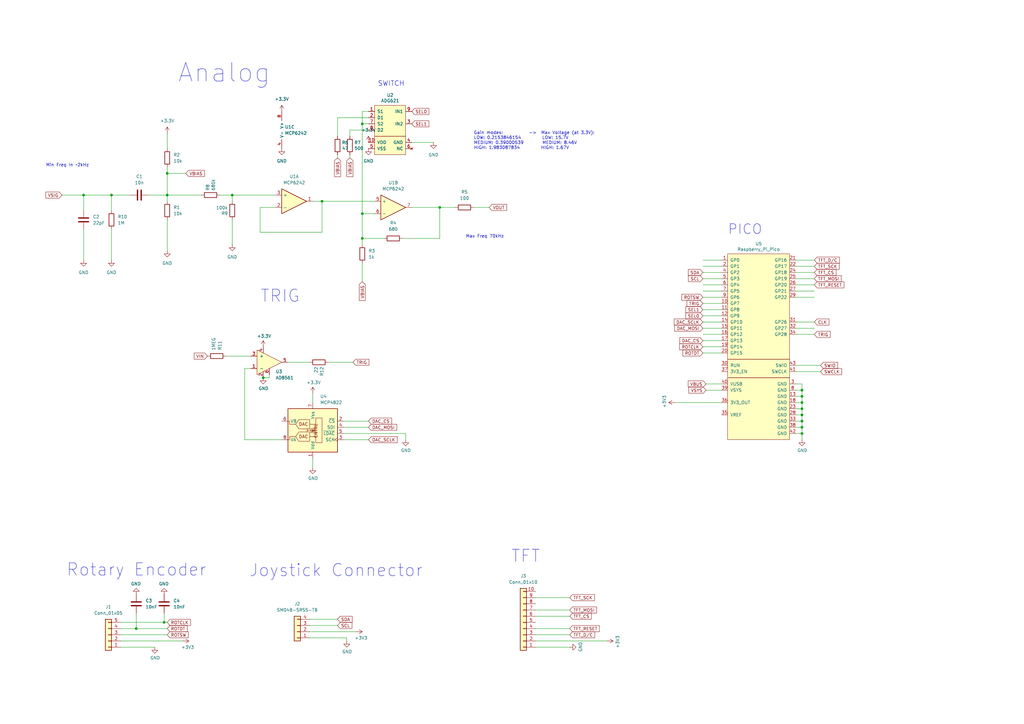
<source format=kicad_sch>
(kicad_sch (version 20231120) (generator "eeschema") (generator_version "8.0")
  (paper "A3")
  (title_block (title "ScopeBoy Breadboard Version") (date "2025-12-09") (rev "v1.0") (company "Cornell University") (comment 1 "By Robbie Leslie") (comment 2 "ECE 5730") (comment 3 "Based on the design by Jenny List") (comment 4 "https://hackaday.com/2022/11/06/a-pi-pico-oscilloscope/"))
  (lib_symbols
    (symbol "Analog_DAC:MCP4822" (pin_names (offset 1.016))
      (property "Reference" "U" (at -2.54 10.795 0))
      (property "Value" "MCP4822" (at -2.54 8.89 0))
      (symbol "MCP4822_0_0"
        (polyline (pts (xy 0 -1.778) (xy 0 -0.635)))
        (polyline (pts (xy 0.381 -0.889) (xy 0.508 -0.762)))
        (polyline (pts (xy 2.286 -1.143) (xy 2.286 -1.905)))
        (polyline (pts (xy 0.381 -0.889) (xy -0.381 -0.889) (xy -0.508 -1.016)))
        (polyline (pts (xy 0.762 -1.27) (xy 2.286 -1.27) (xy 2.286 -0.762)))
        (polyline (pts (xy 0 -0.889) (xy 0.508 -1.397) (xy -0.508 -1.397) (xy 0 -0.889)))
        (polyline (pts (xy 6.985 -3.81) (xy 9.525 -3.81) (xy 9.525 -5.08) (xy 10.16 -5.08)))
        (polyline (pts (xy 6.985 1.27) (xy 9.525 1.27) (xy 9.525 2.54) (xy 10.16 2.54)))
        (rectangle (start 0.762 -0.381) (end -0.762 -2.032))
        (text "CNTRL" (at -2.032 -4.191 900) (effects (font (size 1.27 1.27)) (justify left bottom)))
        (text "DAC" (at 3.81 -3.81 0) (effects (font (size 1.27 1.27))))
        (text "DAC" (at 3.81 1.27 0) (effects (font (size 1.27 1.27))))
      )
      (symbol "MCP4822_0_1"
        (rectangle (start -10.16 7.62) (end 10.16 -10.16) (stroke (width 0.254)) (fill (type background)))
        (rectangle (start -1.27 -6.35) (end -3.81 3.81))
        (polyline (pts (xy 1.27 -3.81) (xy -1.27 -3.81)))
        (polyline (pts (xy 1.27 1.27) (xy -1.27 1.27)))
        (polyline (pts (xy 6.985 -3.81) (xy 5.715 -1.905) (xy 1.27 -1.905) (xy 1.27 -5.715) (xy 5.715 -5.715) (xy 6.985 -3.81)))
        (polyline (pts (xy 6.985 1.27) (xy 5.715 3.175) (xy 1.27 3.175) (xy 1.27 -0.635) (xy 5.715 -0.635) (xy 6.985 1.27)))
      )
      (symbol "MCP4822_1_1"
        (pin power_in line (at 0 10.16 270) (length 2.54) (name "Vdd") (number "1"))
        (pin input line (at -12.7 -5.08 0) (length 2.54) (name "~{CS}") (number "2"))
        (pin input clock (at -12.7 2.54 0) (length 2.54) (name "SCK") (number "3"))
        (pin input line (at -12.7 -2.54 0) (length 2.54) (name "SDI") (number "4"))
        (pin input line (at -12.7 0 0) (length 2.54) (name "~{LDAC}") (number "5"))
        (pin output line (at 12.7 -5.08 180) (length 2.54) (name "VB") (number "6"))
        (pin power_in line (at 0 -12.7 90) (length 2.54) (name "Vss") (number "7"))
        (pin output line (at 12.7 2.54 180) (length 2.54) (name "VA") (number "8"))
      )
    )
    (symbol "Connector_Generic:Conn_01x04" (pin_names (offset 1.016) hide)
      (property "Reference" "J" (at 0 5.08 0))
      (property "Value" "Conn_01x04" (at 0 -7.62 0))
      (symbol "Conn_01x04_1_1"
        (rectangle (start -1.27 -4.953) (end 0 -5.207) (stroke (width 0.1524)))
        (rectangle (start -1.27 -2.413) (end 0 -2.667) (stroke (width 0.1524)))
        (rectangle (start -1.27 0.127) (end 0 -0.127) (stroke (width 0.1524)))
        (rectangle (start -1.27 2.667) (end 0 2.413) (stroke (width 0.1524)))
        (rectangle (start -1.27 3.81) (end 1.27 -6.35) (stroke (width 0.254)) (fill (type background)))
        (pin passive line (at -5.08 2.54 0) (length 3.81) (name "Pin_1") (number "1"))
        (pin passive line (at -5.08 0 0) (length 3.81) (name "Pin_2") (number "2"))
        (pin passive line (at -5.08 -2.54 0) (length 3.81) (name "Pin_3") (number "3"))
        (pin passive line (at -5.08 -5.08 0) (length 3.81) (name "Pin_4") (number "4"))
      )
    )
    (symbol "Connector_Generic:Conn_01x05" (pin_names (offset 1.016) hide)
      (property "Reference" "J" (at 0 7.62 0))
      (property "Value" "Conn_01x05" (at 0 -7.62 0))
      (symbol "Conn_01x05_1_1"
        (rectangle (start -1.27 -4.953) (end 0 -5.207) (stroke (width 0.1524)))
        (rectangle (start -1.27 -2.413) (end 0 -2.667) (stroke (width 0.1524)))
        (rectangle (start -1.27 0.127) (end 0 -0.127) (stroke (width 0.1524)))
        (rectangle (start -1.27 2.667) (end 0 2.413) (stroke (width 0.1524)))
        (rectangle (start -1.27 5.207) (end 0 4.953) (stroke (width 0.1524)))
        (rectangle (start -1.27 6.35) (end 1.27 -6.35) (stroke (width 0.254)) (fill (type background)))
        (pin passive line (at -5.08 5.08 0) (length 3.81) (name "Pin_1") (number "1"))
        (pin passive line (at -5.08 2.54 0) (length 3.81) (name "Pin_2") (number "2"))
        (pin passive line (at -5.08 0 0) (length 3.81) (name "Pin_3") (number "3"))
        (pin passive line (at -5.08 -2.54 0) (length 3.81) (name "Pin_4") (number "4"))
        (pin passive line (at -5.08 -5.08 0) (length 3.81) (name "Pin_5") (number "5"))
      )
    )
    (symbol "Connector_Generic:Conn_01x10" (pin_names (offset 1.016) hide)
      (property "Reference" "J" (at 0 12.7 0))
      (property "Value" "Conn_01x10" (at 0 -15.24 0))
      (symbol "Conn_01x10_1_1"
        (rectangle (start -1.27 -12.573) (end 0 -12.827) (stroke (width 0.1524)))
        (rectangle (start -1.27 -10.033) (end 0 -10.287) (stroke (width 0.1524)))
        (rectangle (start -1.27 -7.493) (end 0 -7.747) (stroke (width 0.1524)))
        (rectangle (start -1.27 -4.953) (end 0 -5.207) (stroke (width 0.1524)))
        (rectangle (start -1.27 -2.413) (end 0 -2.667) (stroke (width 0.1524)))
        (rectangle (start -1.27 0.127) (end 0 -0.127) (stroke (width 0.1524)))
        (rectangle (start -1.27 2.667) (end 0 2.413) (stroke (width 0.1524)))
        (rectangle (start -1.27 5.207) (end 0 4.953) (stroke (width 0.1524)))
        (rectangle (start -1.27 7.747) (end 0 7.493) (stroke (width 0.1524)))
        (rectangle (start -1.27 10.287) (end 0 10.033) (stroke (width 0.1524)))
        (rectangle (start -1.27 11.43) (end 1.27 -13.97) (stroke (width 0.254)) (fill (type background)))
        (pin passive line (at -5.08 10.16 0) (length 3.81) (name "Pin_1") (number "1"))
        (pin passive line (at -5.08 -12.7 0) (length 3.81) (name "Pin_10") (number "10"))
        (pin passive line (at -5.08 7.62 0) (length 3.81) (name "Pin_2") (number "2"))
        (pin passive line (at -5.08 5.08 0) (length 3.81) (name "Pin_3") (number "3"))
        (pin passive line (at -5.08 2.54 0) (length 3.81) (name "Pin_4") (number "4"))
        (pin passive line (at -5.08 0 0) (length 3.81) (name "Pin_5") (number "5"))
        (pin passive line (at -5.08 -2.54 0) (length 3.81) (name "Pin_6") (number "6"))
        (pin passive line (at -5.08 -5.08 0) (length 3.81) (name "Pin_7") (number "7"))
        (pin passive line (at -5.08 -7.62 0) (length 3.81) (name "Pin_8") (number "8"))
        (pin passive line (at -5.08 -10.16 0) (length 3.81) (name "Pin_9") (number "9"))
      )
    )
    (symbol "Device:C" (pin_numbers hide) (pin_names (offset 0.254))
      (property "Reference" "C" (at 0.635 2.54 0))
      (property "Value" "C" (at 0.635 -2.54 0))
      (symbol "C_0_1"
        (polyline (pts (xy -2.032 -0.762) (xy 2.032 -0.762)) (stroke (width 0.508)))
        (polyline (pts (xy -2.032 0.762) (xy 2.032 0.762)) (stroke (width 0.508)))
      )
      (symbol "C_1_1"
        (pin passive line (at 0 3.81 270) (length 2.794) (name "~") (number "1"))
        (pin passive line (at 0 -3.81 90) (length 2.794) (name "~") (number "2"))
      )
    )
    (symbol "Device:Opamp_Dual"
      (property "Reference" "U" (at 0 5.08 0))
      (property "Value" "Opamp_Dual" (at 0 -5.08 0))
      (symbol "Opamp_Dual_1_1"
        (polyline (pts (xy -5.08 5.08) (xy 5.08 0) (xy -5.08 -5.08) (xy -5.08 5.08)) (stroke (width 0.254)) (fill (type background)))
        (pin output line (at 7.62 0 180) (length 2.54) (name "~") (number "1"))
        (pin input line (at -7.62 -2.54 0) (length 2.54) (name "-") (number "2"))
        (pin input line (at -7.62 2.54 0) (length 2.54) (name "+") (number "3"))
      )
      (symbol "Opamp_Dual_2_1"
        (polyline (pts (xy -5.08 5.08) (xy 5.08 0) (xy -5.08 -5.08) (xy -5.08 5.08)) (stroke (width 0.254)) (fill (type background)))
        (pin input line (at -7.62 2.54 0) (length 2.54) (name "+") (number "5"))
        (pin input line (at -7.62 -2.54 0) (length 2.54) (name "-") (number "6"))
        (pin output line (at 7.62 0 180) (length 2.54) (name "~") (number "7"))
      )
      (symbol "Opamp_Dual_3_1"
        (pin power_in line (at -2.54 -7.62 90) (length 3.81) (name "V-") (number "4"))
        (pin power_in line (at -2.54 7.62 270) (length 3.81) (name "V+") (number "8"))
      )
    )
    (symbol "Device:R" (pin_numbers hide) (pin_names (offset 0))
      (property "Reference" "R" (at 2.032 0 90))
      (property "Value" "R" (at 0 0 90))
      (symbol "R_0_1"
        (rectangle (start -1.016 -2.54) (end 1.016 2.54) (stroke (width 0.254)))
      )
      (symbol "R_1_1"
        (pin passive line (at 0 3.81 270) (length 1.27) (name "~") (number "1"))
        (pin passive line (at 0 -3.81 90) (length 1.27) (name "~") (number "2"))
      )
    )
    (symbol "power:+3.3V" (power) (pin_numbers hide) (pin_names (offset 0) hide)
      (property "Value" "+3.3V" (at 0 3.556 0))
      (symbol "+3.3V_0_1"
        (polyline (pts (xy -0.762 1.27) (xy 0 2.54)))
        (polyline (pts (xy 0 0) (xy 0 2.54)))
        (polyline (pts (xy 0 2.54) (xy 0.762 1.27)))
      )
      (symbol "+3.3V_1_1"
        (pin power_in line (at 0 0 90) (length 0) (name "~") (number "1"))
      )
    )
    (symbol "power:+3.3VA" (power) (pin_names (offset 0))
      (property "Value" "+3.3VA" (at 0 3.556 0))
      (symbol "+3.3VA_0_1"
        (polyline (pts (xy -0.762 1.27) (xy 0 2.54)))
        (polyline (pts (xy 0 0) (xy 0 2.54)))
        (polyline (pts (xy 0 2.54) (xy 0.762 1.27)))
      )
      (symbol "+3.3VA_1_1"
        (pin power_in line (at 0 0 90) (length 0) hide (name "+3.3VA") (number "1"))
      )
    )
    (symbol "power:+3V3" (power) (pin_names (offset 0))
      (property "Value" "+3V3" (at 0 3.556 0))
      (symbol "+3V3_0_1"
        (polyline (pts (xy -0.762 1.27) (xy 0 2.54)))
        (polyline (pts (xy 0 0) (xy 0 2.54)))
        (polyline (pts (xy 0 2.54) (xy 0.762 1.27)))
      )
      (symbol "+3V3_1_1"
        (pin power_in line (at 0 0 90) (length 0) hide (name "+3V3") (number "1"))
      )
    )
    (symbol "power:GND" (power) (pin_numbers hide) (pin_names (offset 0) hide)
      (property "Value" "GND" (at 0 -3.81 0))
      (symbol "GND_0_1"
        (polyline (pts (xy 0 0) (xy 0 -1.27) (xy 1.27 -1.27) (xy 0 -2.54) (xy -1.27 -1.27) (xy 0 -1.27)))
      )
      (symbol "GND_1_1"
        (pin power_in line (at 0 0 270) (length 0) (name "~") (number "1"))
      )
    )
    (symbol "power:GNDA" (power) (pin_names (offset 0))
      (property "Value" "GNDA" (at 0 -3.81 0))
      (symbol "GNDA_0_1"
        (polyline (pts (xy 0 0) (xy 0 -1.27) (xy 1.27 -1.27) (xy 0 -2.54) (xy -1.27 -1.27) (xy 0 -1.27)))
      )
      (symbol "GNDA_1_1"
        (pin power_in line (at 0 0 270) (length 0) hide (name "GNDA") (number "1"))
      )
    )
    (symbol "rpicoscope:ADG621" (pin_names (offset 1.016))
      (property "Reference" "U" (at 1.27 1.27 0))
      (property "Value" "ADG621" (at 6.35 -21.59 0))
      (symbol "ADG621_0_1"
        (rectangle (start 0 -12.7) (end 12.7 -20.32) (fill (type background)))
        (rectangle (start 0 0) (end 12.7 -12.7) (fill (type background)))
      )
      (symbol "ADG621_1_1"
        (pin passive line (at -2.54 -2.54 0) (length 2.54) (name "S1") (number "1"))
        (pin power_in line (at -2.54 -15.24 0) (length 2.54) (name "VDD") (number "10"))
        (pin passive line (at -2.54 -5.08 0) (length 2.54) (name "D1") (number "2"))
        (pin input line (at 15.24 -7.62 180) (length 2.54) (name "IN2") (number "3"))
        (pin power_out line (at 15.24 -15.24 180) (length 2.54) (name "GND") (number "4"))
        (pin power_out line (at -2.54 -17.78 0) (length 2.54) (name "VSS") (number "5"))
        (pin no_connect line (at 15.24 -17.78 180) (length 2.54) (name "NC") (number "6"))
        (pin passive line (at -2.54 -7.62 0) (length 2.54) (name "S2") (number "7"))
        (pin passive line (at -2.54 -10.16 0) (length 2.54) (name "D2") (number "8"))
        (pin input line (at 15.24 -2.54 180) (length 2.54) (name "IN1") (number "9"))
      )
    )
    (symbol "rpicoscope:Raspberry_Pi_Pico" (pin_names (offset 1.016))
      (property "Reference" "U" (at 1.27 1.27 0))
      (property "Value" "Raspberry_Pi_Pico" (at 8.89 -77.47 0))
      (symbol "Raspberry_Pi_Pico_0_0"
        (pin bidirectional line (at -2.54 -2.54 0) (length 2.54) (name "GP0") (number "1"))
        (pin bidirectional line (at -2.54 -20.32 0) (length 2.54) (name "GP7") (number "10"))
        (pin bidirectional line (at -2.54 -22.86 0) (length 2.54) (name "GP8") (number "11"))
        (pin bidirectional line (at -2.54 -25.4 0) (length 2.54) (name "GP9") (number "12"))
        (pin power_out line (at 27.94 -58.42 180) (length 2.54) (name "GND") (number "13"))
        (pin bidirectional line (at -2.54 -27.94 0) (length 2.54) (name "GP10") (number "14"))
        (pin bidirectional line (at -2.54 -30.48 0) (length 2.54) (name "GP11") (number "15"))
        (pin bidirectional line (at -2.54 -33.02 0) (length 2.54) (name "GP12") (number "16"))
        (pin bidirectional line (at -2.54 -35.56 0) (length 2.54) (name "GP13") (number "17"))
        (pin power_out line (at 27.94 -60.96 180) (length 2.54) (name "GND") (number "18"))
        (pin bidirectional line (at -2.54 -38.1 0) (length 2.54) (name "GP14") (number "19"))
        (pin bidirectional line (at -2.54 -5.08 0) (length 2.54) (name "GP1") (number "2"))
        (pin bidirectional line (at -2.54 -40.64 0) (length 2.54) (name "GP15") (number "20"))
        (pin bidirectional line (at 27.94 -2.54 180) (length 2.54) (name "GP16") (number "21"))
        (pin bidirectional line (at 27.94 -5.08 180) (length 2.54) (name "GP17") (number "22"))
        (pin power_out line (at 27.94 -63.5 180) (length 2.54) (name "GND") (number "23"))
        (pin bidirectional line (at 27.94 -7.62 180) (length 2.54) (name "GP18") (number "24"))
        (pin bidirectional line (at 27.94 -10.16 180) (length 2.54) (name "GP19") (number "25"))
        (pin bidirectional line (at 27.94 -12.7 180) (length 2.54) (name "GP20") (number "26"))
        (pin bidirectional line (at 27.94 -15.24 180) (length 2.54) (name "GP21") (number "27"))
        (pin power_out line (at 27.94 -66.04 180) (length 2.54) (name "GND") (number "28"))
        (pin bidirectional line (at 27.94 -17.78 180) (length 2.54) (name "GP22") (number "29"))
        (pin power_out line (at 27.94 -53.34 180) (length 2.54) (name "GND") (number "3"))
        (pin power_in line (at -2.54 -45.72 0) (length 2.54) (name "RUN") (number "30"))
        (pin bidirectional line (at 27.94 -27.94 180) (length 2.54) (name "GP26") (number "31"))
        (pin bidirectional line (at 27.94 -30.48 180) (length 2.54) (name "GP27") (number "32"))
        (pin power_out line (at 27.94 -68.58 180) (length 2.54) (name "GND") (number "33"))
        (pin bidirectional line (at 27.94 -33.02 180) (length 2.54) (name "GP28") (number "34"))
        (pin input line (at -2.54 -66.04 0) (length 2.54) (name "VREF") (number "35"))
        (pin power_out line (at -2.54 -60.96 0) (length 2.54) (name "3V3_OUT") (number "36"))
        (pin input line (at -2.54 -48.26 0) (length 2.54) (name "3V3_EN") (number "37"))
        (pin power_out line (at 27.94 -71.12 180) (length 2.54) (name "GND") (number "38"))
        (pin power_out line (at -2.54 -55.88 0) (length 2.54) (name "VSYS") (number "39"))
        (pin bidirectional line (at -2.54 -7.62 0) (length 2.54) (name "GP2") (number "4"))
        (pin power_out line (at -2.54 -53.34 0) (length 2.54) (name "VUSB") (number "40"))
        (pin input line (at 27.94 -48.26 180) (length 2.54) (name "SWCLK") (number "41"))
        (pin power_out line (at 27.94 -73.66 180) (length 2.54) (name "GND") (number "42"))
        (pin bidirectional line (at 27.94 -45.72 180) (length 2.54) (name "SWIO") (number "43"))
        (pin bidirectional line (at -2.54 -10.16 0) (length 2.54) (name "GP3") (number "5"))
        (pin bidirectional line (at -2.54 -12.7 0) (length 2.54) (name "GP4") (number "6"))
        (pin bidirectional line (at -2.54 -15.24 0) (length 2.54) (name "GP5") (number "7"))
        (pin power_out line (at 27.94 -55.88 180) (length 2.54) (name "GND") (number "8"))
        (pin bidirectional line (at -2.54 -17.78 0) (length 2.54) (name "GP6") (number "9"))
      )
      (symbol "Raspberry_Pi_Pico_0_1"
        (rectangle (start 0 -50.8) (end 25.4 -76.2) (fill (type background)))
        (rectangle (start 0 -43.18) (end 25.4 -50.8) (fill (type background)))
        (rectangle (start 0 0) (end 25.4 -43.18) (fill (type background)))
      )
    )
    (symbol "rpicoscope:TLV3501" (pin_names (offset 1.016))
      (property "Reference" "U" (at 7.62 -1.27 0))
      (property "Value" "TLV3501" (at 12.7 -11.43 0))
      (symbol "TLV3501_1_1"
        (polyline (pts (xy 2.54 -1.27) (xy 2.54 -11.43) (xy 12.7 -6.35) (xy 2.54 -1.27)) (fill (type background)))
        (pin input line (at 0 -8.89 0) (length 2.54) (name "-") (number "1"))
        (pin power_out line (at 5.08 -12.7 90) (length 2.54) (name "~") (number "2"))
        (pin input line (at 0 -3.81 0) (length 2.54) (name "+") (number "3"))
        (pin power_in line (at 5.08 0 270) (length 2.54) (name "~") (number "4"))
        (pin output line (at 15.24 -6.35 180) (length 2.54) (name "~") (number "5"))
        (pin input line (at 7.62 -11.43 90) (length 2.54) (name "~") (number "6"))
      )
    )
  )
  (junction (at 34.29 80.01))
  (junction (at 67.31 255.27))
  (junction (at 107.95 154.94))
  (junction (at 132.08 82.55))
  (junction (at 148.59 87.63))
  (junction (at 180.34 85.09))
  (junction (at 55.88 257.81))
  (junction (at 328.93 160.02))
  (junction (at 148.59 50.8))
  (junction (at 328.93 172.72))
  (junction (at 328.93 165.1))
  (junction (at 68.58 80.01))
  (junction (at 68.58 71.12))
  (junction (at 328.93 177.8))
  (junction (at 328.93 175.26))
  (junction (at 148.59 97.79))
  (junction (at 328.93 167.64))
  (junction (at 328.93 162.56))
  (junction (at 328.93 170.18))
  (junction (at 95.25 80.01))
  (junction (at 45.72 80.01))
  (wire (pts (xy 143.51 53.34) (xy 143.51 55.88)))
  (wire (pts (xy 92.71 146.05) (xy 102.87 146.05)))
  (wire (pts (xy 138.43 64.77) (xy 138.43 63.5)))
  (wire (pts (xy 67.31 255.27) (xy 68.58 255.27)))
  (wire (pts (xy 326.39 177.8) (xy 328.93 177.8)))
  (wire (pts (xy 288.29 121.92) (xy 295.91 121.92)))
  (wire (pts (xy 100.33 180.34) (xy 115.57 180.34)))
  (wire (pts (xy 34.29 80.01) (xy 34.29 86.36)))
  (wire (pts (xy 60.96 80.01) (xy 68.58 80.01)))
  (wire (pts (xy 49.53 262.89) (xy 74.93 262.89)))
  (wire (pts (xy 148.59 97.79) (xy 157.48 97.79)))
  (wire (pts (xy 110.49 154.94) (xy 107.95 154.94)))
  (wire (pts (xy 45.72 86.36) (xy 45.72 80.01)))
  (wire (pts (xy 110.49 153.67) (xy 110.49 154.94)))
  (wire (pts (xy 166.37 177.8) (xy 166.37 180.34)))
  (wire (pts (xy 143.51 63.5) (xy 143.51 64.77)))
  (wire (pts (xy 49.53 260.35) (xy 68.58 260.35)))
  (wire (pts (xy 148.59 107.95) (xy 148.59 115.57)))
  (wire (pts (xy 177.8 58.42) (xy 168.91 58.42)))
  (wire (pts (xy 25.4 80.01) (xy 34.29 80.01)))
  (wire (pts (xy 326.39 165.1) (xy 328.93 165.1)))
  (wire (pts (xy 140.97 175.26) (xy 151.13 175.26)))
  (wire (pts (xy 68.58 71.12) (xy 68.58 80.01)))
  (wire (pts (xy 326.39 160.02) (xy 328.93 160.02)))
  (wire (pts (xy 151.13 45.72) (xy 148.59 45.72)))
  (wire (pts (xy 180.34 85.09) (xy 186.69 85.09)))
  (wire (pts (xy 326.39 175.26) (xy 328.93 175.26)))
  (wire (pts (xy 113.03 85.09) (xy 106.68 85.09)))
  (wire (pts (xy 328.93 165.1) (xy 328.93 167.64)))
  (wire (pts (xy 194.31 85.09) (xy 200.66 85.09)))
  (wire (pts (xy 45.72 93.98) (xy 45.72 106.68)))
  (wire (pts (xy 328.93 177.8) (xy 328.93 180.34)))
  (wire (pts (xy 326.39 116.84) (xy 334.01 116.84)))
  (wire (pts (xy 68.58 80.01) (xy 68.58 82.55)))
  (wire (pts (xy 219.71 250.19) (xy 233.68 250.19)))
  (wire (pts (xy 288.29 134.62) (xy 295.91 134.62)))
  (wire (pts (xy 68.58 71.12) (xy 76.2 71.12)))
  (wire (pts (xy 288.29 127) (xy 295.91 127)))
  (wire (pts (xy 106.68 95.25) (xy 132.08 95.25)))
  (wire (pts (xy 276.86 165.1) (xy 295.91 165.1)))
  (wire (pts (xy 326.39 121.92) (xy 334.01 121.92)))
  (wire (pts (xy 45.72 80.01) (xy 53.34 80.01)))
  (wire (pts (xy 68.58 90.17) (xy 68.58 102.87)))
  (wire (pts (xy 165.1 97.79) (xy 180.34 97.79)))
  (wire (pts (xy 288.29 119.38) (xy 295.91 119.38)))
  (wire (pts (xy 34.29 80.01) (xy 45.72 80.01)))
  (wire (pts (xy 106.68 85.09) (xy 106.68 95.25)))
  (wire (pts (xy 151.13 50.8) (xy 148.59 50.8)))
  (wire (pts (xy 151.13 53.34) (xy 143.51 53.34)))
  (wire (pts (xy 148.59 50.8) (xy 148.59 87.63)))
  (wire (pts (xy 132.08 95.25) (xy 132.08 82.55)))
  (wire (pts (xy 326.39 157.48) (xy 328.93 157.48)))
  (wire (pts (xy 132.08 82.55) (xy 128.27 82.55)))
  (wire (pts (xy 102.87 151.13) (xy 100.33 151.13)))
  (wire (pts (xy 140.97 180.34) (xy 151.13 180.34)))
  (wire (pts (xy 153.67 87.63) (xy 148.59 87.63)))
  (wire (pts (xy 288.29 142.24) (xy 295.91 142.24)))
  (wire (pts (xy 34.29 93.98) (xy 34.29 106.68)))
  (wire (pts (xy 95.25 90.17) (xy 95.25 100.33)))
  (wire (pts (xy 219.71 265.43) (xy 233.68 265.43)))
  (wire (pts (xy 128.27 161.29) (xy 128.27 165.1)))
  (wire (pts (xy 326.39 149.86) (xy 336.55 149.86)))
  (wire (pts (xy 328.93 162.56) (xy 328.93 165.1)))
  (wire (pts (xy 140.97 172.72) (xy 151.13 172.72)))
  (wire (pts (xy 326.39 106.68) (xy 334.01 106.68)))
  (wire (pts (xy 328.93 172.72) (xy 328.93 175.26)))
  (wire (pts (xy 49.53 257.81) (xy 55.88 257.81)))
  (wire (pts (xy 334.01 137.16) (xy 326.39 137.16)))
  (wire (pts (xy 288.29 111.76) (xy 295.91 111.76)))
  (wire (pts (xy 148.59 97.79) (xy 148.59 100.33)))
  (wire (pts (xy 134.62 148.59) (xy 144.78 148.59)))
  (wire (pts (xy 288.29 132.08) (xy 295.91 132.08)))
  (wire (pts (xy 132.08 82.55) (xy 153.67 82.55)))
  (wire (pts (xy 95.25 80.01) (xy 113.03 80.01)))
  (wire (pts (xy 219.71 252.73) (xy 233.68 252.73)))
  (wire (pts (xy 328.93 157.48) (xy 328.93 160.02)))
  (wire (pts (xy 288.29 124.46) (xy 295.91 124.46)))
  (wire (pts (xy 140.97 177.8) (xy 166.37 177.8)))
  (wire (pts (xy 289.56 160.02) (xy 295.91 160.02)))
  (wire (pts (xy 127 259.08) (xy 146.05 259.08)))
  (wire (pts (xy 49.53 255.27) (xy 67.31 255.27)))
  (wire (pts (xy 68.58 80.01) (xy 82.55 80.01)))
  (wire (pts (xy 55.88 257.81) (xy 68.58 257.81)))
  (wire (pts (xy 127 261.62) (xy 142.24 261.62)))
  (wire (pts (xy 288.29 114.3) (xy 295.91 114.3)))
  (wire (pts (xy 180.34 85.09) (xy 168.91 85.09)))
  (wire (pts (xy 328.93 175.26) (xy 328.93 177.8)))
  (wire (pts (xy 95.25 80.01) (xy 95.25 82.55)))
  (wire (pts (xy 334.01 132.08) (xy 326.39 132.08)))
  (wire (pts (xy 326.39 111.76) (xy 334.01 111.76)))
  (wire (pts (xy 288.29 109.22) (xy 295.91 109.22)))
  (wire (pts (xy 219.71 262.89) (xy 248.92 262.89)))
  (wire (pts (xy 233.68 260.35) (xy 219.71 260.35)))
  (wire (pts (xy 326.39 109.22) (xy 334.01 109.22)))
  (wire (pts (xy 288.29 106.68) (xy 295.91 106.68)))
  (wire (pts (xy 326.39 167.64) (xy 328.93 167.64)))
  (wire (pts (xy 151.13 48.26) (xy 138.43 48.26)))
  (wire (pts (xy 90.17 80.01) (xy 95.25 80.01)))
  (wire (pts (xy 326.39 162.56) (xy 328.93 162.56)))
  (wire (pts (xy 328.93 170.18) (xy 328.93 172.72)))
  (wire (pts (xy 127 256.54) (xy 138.43 256.54)))
  (wire (pts (xy 288.29 144.78) (xy 295.91 144.78)))
  (wire (pts (xy 288.29 116.84) (xy 295.91 116.84)))
  (wire (pts (xy 326.39 119.38) (xy 334.01 119.38)))
  (wire (pts (xy 148.59 50.8) (xy 148.59 45.72)))
  (wire (pts (xy 288.29 129.54) (xy 295.91 129.54)))
  (wire (pts (xy 288.29 137.16) (xy 295.91 137.16)))
  (wire (pts (xy 295.91 157.48) (xy 289.56 157.48)))
  (wire (pts (xy 55.88 251.46) (xy 55.88 257.81)))
  (wire (pts (xy 180.34 97.79) (xy 180.34 85.09)))
  (wire (pts (xy 148.59 87.63) (xy 148.59 97.79)))
  (wire (pts (xy 49.53 265.43) (xy 63.5 265.43)))
  (wire (pts (xy 328.93 167.64) (xy 328.93 170.18)))
  (wire (pts (xy 288.29 139.7) (xy 295.91 139.7)))
  (wire (pts (xy 138.43 48.26) (xy 138.43 55.88)))
  (wire (pts (xy 334.01 134.62) (xy 326.39 134.62)))
  (wire (pts (xy 100.33 151.13) (xy 100.33 180.34)))
  (wire (pts (xy 127 254) (xy 138.43 254)))
  (wire (pts (xy 326.39 152.4) (xy 336.55 152.4)))
  (wire (pts (xy 128.27 187.96) (xy 128.27 191.77)))
  (wire (pts (xy 67.31 251.46) (xy 67.31 255.27)))
  (wire (pts (xy 233.68 257.81) (xy 219.71 257.81)))
  (wire (pts (xy 326.39 170.18) (xy 328.93 170.18)))
  (wire (pts (xy 68.58 54.61) (xy 68.58 60.96)))
  (wire (pts (xy 328.93 160.02) (xy 328.93 162.56)))
  (wire (pts (xy 219.71 245.11) (xy 233.68 245.11)))
  (wire (pts (xy 68.58 68.58) (xy 68.58 71.12)))
  (wire (pts (xy 142.24 261.62) (xy 142.24 262.89)))
  (wire (pts (xy 127 148.59) (xy 118.11 148.59)))
  (wire (pts (xy 326.39 114.3) (xy 334.01 114.3)))
  (wire (pts (xy 326.39 172.72) (xy 328.93 172.72)))
  (text "Analog" (at 91.948 29.972 0) (effects (font (size 7.62 7.62))))
  (text "Rotary Encoder" (at 27.178 236.728 0) (effects (font (size 5.0038 5.0038)) (justify left bottom)))
  (text "Min Freq In ~2kHz" (at 27.686 67.818 0) (effects (font (size 1.27 1.27))))
  (text "TRIG" (at 106.68 124.46 0) (effects (font (size 5.0038 5.0038)) (justify left bottom)))
  (text "Gain modes:           ->  Max Voltage (at 3.3V):\nLOW: 0.2153846154         LOW: 15.7V\nMEDIUM: 0.39000539        MEDIUM: 8.46V\nHIGH: 1.983087834         HIGH: 1.67V" (at 194.31 57.658 0) (effects (font (size 1.27 1.27)) (justify left)))
  (text "Joystick Connector\n" (at 102.108 236.982 0) (effects (font (size 5.0038 5.0038)) (justify left bottom)))
  (text "TFT" (at 209.55 231.14 0) (effects (font (size 5.0038 5.0038)) (justify left bottom)))
  (text "SWITCH" (at 154.94 35.56 0) (effects (font (size 2.0066 2.0066)) (justify left bottom)))
  (text "PICO" (at 298.45 96.52 0) (effects (font (size 3.9878 3.9878)) (justify left bottom)))
  (text "Max Freq 70kHz" (at 198.882 97.028 0) (effects (font (size 1.27 1.27))))
  (global_label "SDA" (shape input) (at 138.43 254 0) (property "Intersheetrefs" "${INTERSHEET_REFS}" (effects (hide yes))))
  (global_label "VIN" (shape input) (at 85.09 146.05 180) (property "Intersheetrefs" "${INTERSHEET_REFS}" (effects (hide yes))))
  (global_label "SEL1" (shape input) (at 288.29 127 180) (property "Intersheetrefs" "${INTERSHEET_REFS}" (effects (hide yes))))
  (global_label "VBIAS" (shape input) (at 76.2 71.12 0) (property "Intersheetrefs" "${INTERSHEET_REFS}" (effects (hide yes))))
  (global_label "TFT_D{slash}C" (shape input) (at 334.01 106.68 0) (property "Intersheetrefs" "${INTERSHEET_REFS}" (effects (hide yes))))
  (global_label "ROTCLK" (shape input) (at 68.58 255.27 0) (property "Intersheetrefs" "${INTERSHEET_REFS}" (effects (hide yes))))
  (global_label "TFT_SCK" (shape input) (at 334.01 109.22 0) (property "Intersheetrefs" "${INTERSHEET_REFS}" (effects (hide yes))))
  (global_label "VSYS" (shape input) (at 289.56 160.02 180) (property "Intersheetrefs" "${INTERSHEET_REFS}" (effects (hide yes))))
  (global_label "TRIG" (shape input) (at 144.78 148.59 0) (property "Intersheetrefs" "${INTERSHEET_REFS}" (effects (hide yes))))
  (global_label "TRIG" (shape input) (at 288.29 124.46 180) (property "Intersheetrefs" "${INTERSHEET_REFS}" (effects (hide yes))))
  (global_label "VOUT" (shape input) (at 200.66 85.09 0) (property "Intersheetrefs" "${INTERSHEET_REFS}" (effects (hide yes))))
  (global_label "DAC_MOSI" (shape input) (at 151.13 175.26 0) (property "Intersheetrefs" "${INTERSHEET_REFS}" (effects (hide yes))))
  (global_label "ROTDT" (shape input) (at 68.58 257.81 0) (property "Intersheetrefs" "${INTERSHEET_REFS}" (effects (hide yes))))
  (global_label "SCL" (shape input) (at 138.43 256.54 0) (property "Intersheetrefs" "${INTERSHEET_REFS}" (effects (hide yes))))
  (global_label "DAC_CS" (shape input) (at 151.13 172.72 0) (property "Intersheetrefs" "${INTERSHEET_REFS}" (effects (hide yes))))
  (global_label "DAC_SCLK" (shape input) (at 151.13 180.34 0) (property "Intersheetrefs" "${INTERSHEET_REFS}" (effects (hide yes))))
  (global_label "TFT_MOSI" (shape input) (at 334.01 114.3 0) (property "Intersheetrefs" "${INTERSHEET_REFS}" (effects (hide yes))))
  (global_label "SWIO" (shape input) (at 336.55 149.86 0) (property "Intersheetrefs" "${INTERSHEET_REFS}" (effects (hide yes))))
  (global_label "SEL0" (shape input) (at 288.29 129.54 180) (property "Intersheetrefs" "${INTERSHEET_REFS}" (effects (hide yes))))
  (global_label "ROTCLK" (shape input) (at 288.29 142.24 180) (property "Intersheetrefs" "${INTERSHEET_REFS}" (effects (hide yes))))
  (global_label "TFT_CS" (shape input) (at 334.01 111.76 0) (property "Intersheetrefs" "${INTERSHEET_REFS}" (effects (hide yes))))
  (global_label "TFT_MOSI" (shape input) (at 233.68 250.19 0) (property "Intersheetrefs" "${INTERSHEET_REFS}" (effects (hide yes))))
  (global_label "ROTDT" (shape input) (at 288.29 144.78 180) (property "Intersheetrefs" "${INTERSHEET_REFS}" (effects (hide yes))))
  (global_label "DAC_MOSI" (shape input) (at 288.29 134.62 180) (property "Intersheetrefs" "${INTERSHEET_REFS}" (effects (hide yes))))
  (global_label "VBIAS" (shape input) (at 143.51 64.77 270) (property "Intersheetrefs" "${INTERSHEET_REFS}" (effects (hide yes))))
  (global_label "SCL" (shape input) (at 288.29 114.3 180) (property "Intersheetrefs" "${INTERSHEET_REFS}" (effects (hide yes))))
  (global_label "CLK" (shape input) (at 334.01 132.08 0) (property "Intersheetrefs" "${INTERSHEET_REFS}" (effects (hide yes))))
  (global_label "TFT_RESET" (shape input) (at 334.01 116.84 0) (property "Intersheetrefs" "${INTERSHEET_REFS}" (effects (hide yes))))
  (global_label "TFT_SCK" (shape input) (at 233.68 245.11 0) (property "Intersheetrefs" "${INTERSHEET_REFS}" (effects (hide yes))))
  (global_label "VSIG" (shape input) (at 25.4 80.01 180) (property "Intersheetrefs" "${INTERSHEET_REFS}" (effects (hide yes))))
  (global_label "VBIAS" (shape input) (at 138.43 64.77 270) (property "Intersheetrefs" "${INTERSHEET_REFS}" (effects (hide yes))))
  (global_label "VBUS" (shape input) (at 289.56 157.48 180) (property "Intersheetrefs" "${INTERSHEET_REFS}" (effects (hide yes))))
  (global_label "SEL0" (shape input) (at 168.91 45.72 0) (property "Intersheetrefs" "${INTERSHEET_REFS}" (effects (hide yes))))
  (global_label "ROTSW" (shape input) (at 288.29 121.92 180) (property "Intersheetrefs" "${INTERSHEET_REFS}" (effects (hide yes))))
  (global_label "SWCLK" (shape input) (at 336.55 152.4 0) (property "Intersheetrefs" "${INTERSHEET_REFS}" (effects (hide yes))))
  (global_label "TFT_CS" (shape input) (at 233.68 252.73 0) (property "Intersheetrefs" "${INTERSHEET_REFS}" (effects (hide yes))))
  (global_label "SDA" (shape input) (at 288.29 111.76 180) (property "Intersheetrefs" "${INTERSHEET_REFS}" (effects (hide yes))))
  (global_label "SEL1" (shape input) (at 168.91 50.8 0) (property "Intersheetrefs" "${INTERSHEET_REFS}" (effects (hide yes))))
  (global_label "TFT_D{slash}C" (shape input) (at 233.68 260.35 0) (property "Intersheetrefs" "${INTERSHEET_REFS}" (effects (hide yes))))
  (global_label "TFT_RESET" (shape input) (at 233.68 257.81 0) (property "Intersheetrefs" "${INTERSHEET_REFS}" (effects (hide yes))))
  (global_label "VBIAS" (shape input) (at 148.59 115.57 270) (property "Intersheetrefs" "${INTERSHEET_REFS}" (effects (hide yes))))
  (global_label "DAC_SCLK" (shape input) (at 288.29 132.08 180) (property "Intersheetrefs" "${INTERSHEET_REFS}" (effects (hide yes))))
  (global_label "TRIG" (shape input) (at 334.01 137.16 0) (property "Intersheetrefs" "${INTERSHEET_REFS}" (effects (hide yes))))
  (global_label "DAC_CS" (shape input) (at 288.29 139.7 180) (property "Intersheetrefs" "${INTERSHEET_REFS}" (effects (hide yes))))
  (global_label "ROTSW" (shape input) (at 68.58 260.35 0) (property "Intersheetrefs" "${INTERSHEET_REFS}" (effects (hide yes))))
  (symbol (lib_id "power:GND") (at 45.72 106.68 0) (unit 1)
    (property "Reference" "#PWR10" (effects (hide yes)))
    (property "Value" "GND" (at 45.72 111.76 0))
    (property "Description" "Power symbol creates a global label with name \"GND\" , ground" (effects (hide yes)))
  )
  (symbol (lib_id "power:GNDA") (at 128.27 191.77 0) (unit 1)
    (property "Reference" "#PWR11" (effects (hide yes)))
    (property "Value" "GND" (at 128.397 196.1642 0))
  )
  (symbol (lib_id "Device:C") (at 34.29 90.17 0) (unit 1)
    (property "Reference" "C2" (at 38.1 88.8999 0) (effects (justify left)))
    (property "Value" "22pF" (at 38.1 91.4399 0) (effects (justify left)))
    (property "Description" "Unpolarized capacitor" (effects (hide yes)))
  )
  (symbol (lib_id "rpicoscope:Raspberry_Pi_Pico") (at 298.45 104.14 0) (unit 1)
    (property "Reference" "U5" (at 311.15 99.949 0))
    (property "Value" "Raspberry_Pi_Pico" (at 311.15 102.2604 0))
    (property "Footprint" "RPi_Pico:RPi_Pico_SMD_TH" (effects (hide yes)))
    (property "MFR. Part #" "SC0915" (effects (hide yes)))
    (property "LCSC Part #" "C7203002" (effects (hide yes)))
  )
  (symbol (lib_id "power:+3V3") (at 146.05 259.08 270) (unit 1)
    (property "Reference" "#PWR021" (effects (hide yes)))
    (property "Value" "+3V3" (at 148.082 261.62 90))
  )
  (symbol (lib_id "Device:R") (at 88.9 146.05 270) (unit 1)
    (property "Reference" "R11" (at 90.17 139.7 0) (effects (justify left)))
    (property "Value" "1MEG" (at 87.63 138.43 0) (effects (justify left)))
    (property "Footprint" "Resistor_SMD:R_0603_1608Metric" (effects (hide yes)))
    (property "Datasheet" "https://datasheet.lcsc.com/lcsc/1810291812_UNI-ROYAL-Uniroyal-Elec-0603WAF220JT5E_C23345.pdf" (effects (hide yes)))
    (property "LCSC Part #" "C193390" (effects (hide yes)))
    (property "MFR. Part #" "ERJ3EKF1004V" (effects (hide yes)))
  )
  (symbol (lib_id "Device:R") (at 138.43 59.69 0) (unit 1)
    (property "Reference" "R6" (at 140.208 58.5216 0) (effects (justify left)))
    (property "Value" "47" (at 140.208 60.833 0) (effects (justify left)))
    (property "Footprint" "Resistor_SMD:R_0603_1608Metric" (effects (hide yes)))
    (property "Datasheet" "https://datasheet.lcsc.com/lcsc/1811101920_UNI-ROYAL-Uniroyal-Elec-0603WAF470JT5E_C23182.pdf" (effects (hide yes)))
    (property "LCSC Part #" "C23182" (effects (hide yes)))
    (property "MFR. Part #" "0603WAF470JT5E" (effects (hide yes)))
  )
  (symbol (lib_id "Device:R") (at 130.81 148.59 270) (unit 1)
    (property "Reference" "R12" (at 131.9784 150.368 0) (effects (justify left)))
    (property "Value" "22" (at 129.667 150.368 0) (effects (justify left)))
    (property "Footprint" "Resistor_SMD:R_0603_1608Metric" (effects (hide yes)))
    (property "Datasheet" "https://datasheet.lcsc.com/lcsc/1810291812_UNI-ROYAL-Uniroyal-Elec-0603WAF220JT5E_C23345.pdf" (effects (hide yes)))
    (property "LCSC Part #" "C23345" (effects (hide yes)))
    (property "MFR. Part #" "0603WAF220JT5E" (effects (hide yes)))
  )
  (symbol (lib_id "Device:C") (at 55.88 247.65 0) (unit 1)
    (property "Reference" "C3" (at 59.69 246.3799 0) (effects (justify left)))
    (property "Value" "10nF" (at 59.69 248.9199 0) (effects (justify left)))
    (property "Footprint" "Capacitor_SMD:C_0603_1608Metric" (effects (hide yes)))
    (property "Description" "Unpolarized capacitor" (effects (hide yes)))
    (property "MFR. Part #" "CL10B103KB8NNNC" (effects (hide yes)))
    (property "LCSC Part #" "C1589" (effects (hide yes)))
  )
  (symbol (lib_id "Device:Opamp_Dual") (at 118.11 53.34 0) (unit 3)
    (property "Reference" "U1" (at 116.84 52.0699 0) (effects (justify left)))
    (property "Value" "MCP6242" (at 116.84 54.6099 0) (effects (justify left)))
    (property "Description" "Dual operational amplifier" (effects (hide yes)))
    (property "Sim.Library" "${KICAD7_SYMBOL_DIR}/Simulation_SPICE.sp" (effects (hide yes)))
    (property "Sim.Name" "kicad_builtin_opamp_dual" (effects (hide yes)))
    (property "Sim.Device" "SUBCKT" (effects (hide yes)))
    (property "Sim.Pins" "1=out1 2=in1- 3=in1+ 4=vee 5=in2+ 6=in2- 7=out2 8=vcc" (effects (hide yes)))
  )
  (symbol (lib_id "Device:R") (at 45.72 90.17 0) (unit 1)
    (property "Reference" "R10" (at 48.26 88.8999 0) (effects (justify left)))
    (property "Value" "1M" (at 48.26 91.4399 0) (effects (justify left)))
    (property "Description" "Resistor" (effects (hide yes)))
  )
  (symbol (lib_id "Connector_Generic:Conn_01x10") (at 214.63 255.27 180) (unit 1)
    (property "Reference" "J3" (at 214.63 236.22 0))
    (property "Value" "Conn_01x10" (at 214.63 238.76 0))
    (property "Footprint" "Connector_PinHeader_2.54mm:PinHeader_1x10_P2.54mm_Vertical" (effects (hide yes)))
    (property "Description" "Generic connector, single row, 01x10, script generated (kicad-library-utils/schlib/autogen/connector/)" (effects (hide yes)))
  )
  (symbol (lib_id "Device:R") (at 143.51 59.69 0) (unit 1)
    (property "Reference" "R7" (at 145.288 58.5216 0) (effects (justify left)))
    (property "Value" "500" (at 145.288 60.833 0) (effects (justify left)))
    (property "Footprint" "Resistor_SMD:R_0603_1608Metric" (effects (hide yes)))
    (property "Datasheet" "https://datasheet.lcsc.com/lcsc/1811081710_UNI-ROYAL-Uniroyal-Elec-0603WAF1000T5E_C22775.pdf" (effects (hide yes)))
    (property "LCSC Part #" "C22775" (effects (hide yes)))
    (property "MFR. Part #" "0603WAF1000T5E" (effects (hide yes)))
  )
  (symbol (lib_id "power:+3V3") (at 74.93 262.89 270) (unit 1)
    (property "Reference" "#PWR019" (effects (hide yes)))
    (property "Value" "+3V3" (at 76.962 265.43 90))
  )
  (symbol (lib_id "power:GND") (at 67.31 243.84 180) (unit 1)
    (property "Reference" "#PWR018" (effects (hide yes)))
    (property "Value" "GND" (at 67.183 239.4458 0))
  )
  (symbol (lib_id "power:GND") (at 142.24 262.89 0) (unit 1)
    (property "Reference" "#PWR020" (effects (hide yes)))
    (property "Value" "GND" (at 142.367 267.2842 0))
  )
  (symbol (lib_id "rpicoscope:TLV3501") (at 102.87 142.24 0) (unit 1)
    (property "Reference" "U3" (at 113.03 152.4 0) (effects (justify left)))
    (property "Value" "AD8561" (at 113.03 154.94 0) (effects (justify left)))
    (property "Footprint" "Package_TO_SOT_SMD:SOT-23-6" (effects (hide yes)))
    (property "LCSC Part #" "C193413" (effects (hide yes)))
  )
  (symbol (lib_id "power:GND") (at 233.68 265.43 90) (unit 1)
    (property "Reference" "#PWR022" (effects (hide yes)))
    (property "Value" "GND" (at 238.0742 265.303 0))
  )
  (symbol (lib_id "Device:Opamp_Dual") (at 161.29 85.09 0) (unit 2)
    (property "Reference" "U1" (at 161.29 74.93 0))
    (property "Value" "MCP6242" (at 161.29 77.47 0))
    (property "Description" "Dual operational amplifier" (effects (hide yes)))
    (property "Sim.Library" "${KICAD7_SYMBOL_DIR}/Simulation_SPICE.sp" (effects (hide yes)))
    (property "Sim.Name" "kicad_builtin_opamp_dual" (effects (hide yes)))
    (property "Sim.Device" "SUBCKT" (effects (hide yes)))
    (property "Sim.Pins" "1=out1 2=in1- 3=in1+ 4=vee 5=in2+ 6=in2- 7=out2 8=vcc" (effects (hide yes)))
  )
  (symbol (lib_id "Device:Opamp_Dual") (at 120.65 82.55 0) (unit 1)
    (property "Reference" "U1" (at 120.65 72.39 0))
    (property "Value" "MCP6242" (at 120.65 74.93 0))
    (property "Description" "Dual operational amplifier" (effects (hide yes)))
    (property "Sim.Library" "${KICAD7_SYMBOL_DIR}/Simulation_SPICE.sp" (effects (hide yes)))
    (property "Sim.Name" "kicad_builtin_opamp_dual" (effects (hide yes)))
    (property "Sim.Device" "SUBCKT" (effects (hide yes)))
    (property "Sim.Pins" "1=out1 2=in1- 3=in1+ 4=vee 5=in2+ 6=in2- 7=out2 8=vcc" (effects (hide yes)))
  )
  (symbol (lib_id "power:GNDA") (at 107.95 154.94 0) (unit 1)
    (property "Reference" "#PWR17" (effects (hide yes)))
    (property "Value" "GND" (at 108.077 159.3342 0))
  )
  (symbol (lib_id "Connector_Generic:Conn_01x04") (at 121.92 259.08 180) (unit 1)
    (property "Reference" "J2" (at 121.92 247.65 0))
    (property "Value" "SM04B-SRSS-TB" (at 121.92 250.19 0))
    (property "Footprint" "Connector_JST:JST_SH_SM04B-SRSS-TB_1x04-1MP_P1.00mm_Horizontal" (effects (hide yes)))
    (property "Description" "Generic connector, single row, 01x04, script generated (kicad-library-utils/schlib/autogen/connector/)" (effects (hide yes)))
    (property "MFR. Part #" "SM04B-SRSS-TB(LF)(SN)" (effects (hide yes)))
    (property "LCSC Part #" "C160404" (effects (hide yes)))
  )
  (symbol (lib_id "power:+3.3V") (at 68.58 54.61 0) (unit 1)
    (property "Reference" "#PWR2" (effects (hide yes)))
    (property "Value" "+3.3V" (at 68.58 49.53 0))
    (property "Description" "Power symbol creates a global label with name \"+3.3V\"" (effects (hide yes)))
  )
  (symbol (lib_id "power:GNDA") (at 166.37 180.34 0) (unit 1)
    (property "Reference" "#PWR13" (effects (hide yes)))
    (property "Value" "GND" (at 166.497 184.7342 0))
  )
  (symbol (lib_id "power:GND") (at 151.13 60.96 0) (unit 1)
    (property "Reference" "#PWR6" (effects (hide yes)))
    (property "Value" "GND" (at 151.13 66.04 0))
    (property "Description" "Power symbol creates a global label with name \"GND\" , ground" (effects (hide yes)))
  )
  (symbol (lib_id "Connector_Generic:Conn_01x05") (at 44.45 260.35 180) (unit 1)
    (property "Reference" "J1" (at 44.45 248.92 0))
    (property "Value" "Conn_01x05" (at 44.45 251.46 0))
    (property "Footprint" "Connector_PinHeader_2.54mm:PinHeader_1x05_P2.54mm_Vertical" (effects (hide yes)))
    (property "Description" "Generic connector, single row, 01x05, script generated (kicad-library-utils/schlib/autogen/connector/)" (effects (hide yes)))
  )
  (symbol (lib_id "power:+3.3VA") (at 128.27 161.29 0) (unit 1)
    (property "Reference" "#PWR12" (effects (hide yes)))
    (property "Value" "+3.3V" (at 128.651 156.8958 0))
  )
  (symbol (lib_id "power:GND") (at 115.57 60.96 0) (unit 1)
    (property "Reference" "#PWR4" (effects (hide yes)))
    (property "Value" "GND" (at 115.57 66.04 0))
    (property "Description" "Power symbol creates a global label with name \"GND\" , ground" (effects (hide yes)))
  )
  (symbol (lib_id "power:GND") (at 328.93 180.34 0) (unit 1)
    (property "Reference" "#PWR026" (effects (hide yes)))
    (property "Value" "GND" (at 329.057 184.7342 0))
  )
  (symbol (lib_id "Analog_DAC:MCP4822") (at 128.27 177.8 180) (unit 1)
    (property "Reference" "U4" (at 131.2865 162.56 0) (effects (justify right)))
    (property "Value" "MCP4822" (at 131.2865 165.1 0) (effects (justify right)))
    (property "Datasheet" "http://ww1.microchip.com/downloads/en/DeviceDoc/20002249B.pdf" (effects (hide yes)))
    (property "Description" "2-Channel 12-Bit D/A Converters with SPI Interface and Internal Reference (2.048V)" (effects (hide yes)))
  )
  (symbol (lib_id "power:+3V3") (at 248.92 262.89 270) (unit 1)
    (property "Reference" "#PWR023" (effects (hide yes)))
    (property "Value" "+3V3" (at 253.3142 263.271 0))
  )
  (symbol (lib_id "power:+3.3VA") (at 107.95 142.24 0) (unit 1)
    (property "Reference" "#PWR16" (effects (hide yes)))
    (property "Value" "+3.3V" (at 108.331 137.8458 0))
  )
  (symbol (lib_id "Device:R") (at 148.59 104.14 0) (unit 1)
    (property "Reference" "R3" (at 151.13 102.8699 0) (effects (justify left)))
    (property "Value" "1k" (at 151.13 105.4099 0) (effects (justify left)))
    (property "Description" "Resistor" (effects (hide yes)))
  )
  (symbol (lib_id "Device:R") (at 86.36 80.01 90) (unit 1)
    (property "Reference" "R8" (at 85.1916 78.232 0) (effects (justify left)))
    (property "Value" "680k" (at 87.503 78.232 0) (effects (justify left)))
    (property "Footprint" "Resistor_SMD:R_0603_1608Metric" (effects (hide yes)))
    (property "Datasheet" "https://datasheet.lcsc.com/lcsc/1811081723_UNI-ROYAL-Uniroyal-Elec-0603WAF6803T5E_C25822.pdf" (effects (hide yes)))
    (property "LCSC Part #" "C25822" (effects (hide yes)))
    (property "MFR. Part #" "0603WAF6803T5E" (effects (hide yes)))
  )
  (symbol (lib_id "power:GND") (at 34.29 106.68 0) (unit 1)
    (property "Reference" "#PWR9" (effects (hide yes)))
    (property "Value" "GND" (at 34.29 111.76 0))
    (property "Description" "Power symbol creates a global label with name \"GND\" , ground" (effects (hide yes)))
  )
  (symbol (lib_id "Device:C") (at 57.15 80.01 90) (unit 1)
    (property "Reference" "C1" (at 57.15 72.39 90))
    (property "Value" "10n" (at 57.15 74.93 90))
    (property "Description" "Unpolarized capacitor" (effects (hide yes)))
  )
  (symbol (lib_id "power:GND") (at 177.8 58.42 0) (unit 1)
    (property "Reference" "#PWR5" (effects (hide yes)))
    (property "Value" "GND" (at 177.8 63.5 0))
    (property "Description" "Power symbol creates a global label with name \"GND\" , ground" (effects (hide yes)))
  )
  (symbol (lib_id "Device:R") (at 68.58 64.77 0) (unit 1)
    (property "Reference" "R2" (at 71.12 63.4999 0) (effects (justify left)))
    (property "Value" "10k" (at 71.12 66.0399 0) (effects (justify left)))
    (property "Description" "Resistor" (effects (hide yes)))
  )
  (symbol (lib_id "Device:R") (at 68.58 86.36 0) (unit 1)
    (property "Reference" "R1" (at 71.12 85.0899 0) (effects (justify left)))
    (property "Value" "10k" (at 71.12 87.6299 0) (effects (justify left)))
    (property "Description" "Resistor" (effects (hide yes)))
  )
  (symbol (lib_id "power:GND") (at 68.58 102.87 0) (unit 1)
    (property "Reference" "#PWR1" (effects (hide yes)))
    (property "Value" "GND" (at 68.58 107.95 0))
    (property "Description" "Power symbol creates a global label with name \"GND\" , ground" (effects (hide yes)))
  )
  (symbol (lib_id "Device:R") (at 190.5 85.09 90) (unit 1)
    (property "Reference" "R5" (at 190.5 78.74 90))
    (property "Value" "100" (at 190.5 81.28 90))
    (property "Description" "Resistor" (effects (hide yes)))
  )
  (symbol (lib_id "power:GND") (at 63.5 265.43 0) (unit 1)
    (property "Reference" "#PWR015" (effects (hide yes)))
    (property "Value" "GND" (at 63.627 269.8242 0))
  )
  (symbol (lib_id "power:+3.3V") (at 151.13 58.42 0) (unit 1)
    (property "Reference" "#PWR7" (effects (hide yes)))
    (property "Value" "+3.3V" (at 151.13 53.34 0))
    (property "Description" "Power symbol creates a global label with name \"+3.3V\"" (effects (hide yes)))
  )
  (symbol (lib_id "Device:R") (at 161.29 97.79 90) (unit 1)
    (property "Reference" "R4" (at 161.29 91.44 90))
    (property "Value" "680" (at 161.29 93.98 90))
    (property "Description" "Resistor" (effects (hide yes)))
  )
  (symbol (lib_id "power:+3V3") (at 276.86 165.1 90) (unit 1)
    (property "Reference" "#PWR025" (effects (hide yes)))
    (property "Value" "+3V3" (at 272.4658 164.719 0))
  )
  (symbol (lib_id "power:GND") (at 55.88 243.84 180) (unit 1)
    (property "Reference" "#PWR014" (effects (hide yes)))
    (property "Value" "GND" (at 55.753 239.4458 0))
  )
  (symbol (lib_id "Device:R") (at 95.25 86.36 180) (unit 1)
    (property "Reference" "R9" (at 93.472 87.5284 0) (effects (justify left)))
    (property "Value" "100k" (at 93.472 85.217 0) (effects (justify left)))
    (property "Footprint" "Resistor_SMD:R_0603_1608Metric" (effects (hide yes)))
    (property "Datasheet" "https://datasheet.lcsc.com/lcsc/1810201809_UNI-ROYAL-Uniroyal-Elec-0603WAF1003T5E_C25803.pdf" (effects (hide yes)))
    (property "LCSC Part #" "C25803" (effects (hide yes)))
    (property "MFR. Part #" "0603WAF1003T5E" (effects (hide yes)))
  )
  (symbol (lib_id "rpicoscope:ADG621") (at 153.67 43.18 0) (unit 1)
    (property "Reference" "U2" (at 160.02 38.989 0))
    (property "Value" "ADG621" (at 160.02 41.3004 0))
    (property "Footprint" "Package_SO:MSOP-10_3x3mm_P0.5mm" (effects (hide yes)))
    (property "LCSC Part #" "C208597" (effects (hide yes)))
  )
  (symbol (lib_id "power:GND") (at 95.25 100.33 0) (unit 1)
    (property "Reference" "#PWR8" (effects (hide yes)))
    (property "Value" "GND" (at 95.25 105.41 0))
    (property "Description" "Power symbol creates a global label with name \"GND\" , ground" (effects (hide yes)))
  )
  (symbol (lib_id "power:+3.3V") (at 115.57 45.72 0) (unit 1)
    (property "Reference" "#PWR3" (effects (hide yes)))
    (property "Value" "+3.3V" (at 115.57 40.64 0))
    (property "Description" "Power symbol creates a global label with name \"+3.3V\"" (effects (hide yes)))
  )
  (symbol (lib_id "Device:C") (at 67.31 247.65 0) (unit 1)
    (property "Reference" "C4" (at 71.12 246.3799 0) (effects (justify left)))
    (property "Value" "10nF" (at 71.12 248.9199 0) (effects (justify left)))
    (property "Footprint" "Capacitor_SMD:C_0603_1608Metric" (effects (hide yes)))
    (property "Description" "Unpolarized capacitor" (effects (hide yes)))
    (property "MFR. Part #" "CL10B103KB8NNNC" (effects (hide yes)))
    (property "LCSC Part #" "C1589" (effects (hide yes)))
  )
)
</source>
